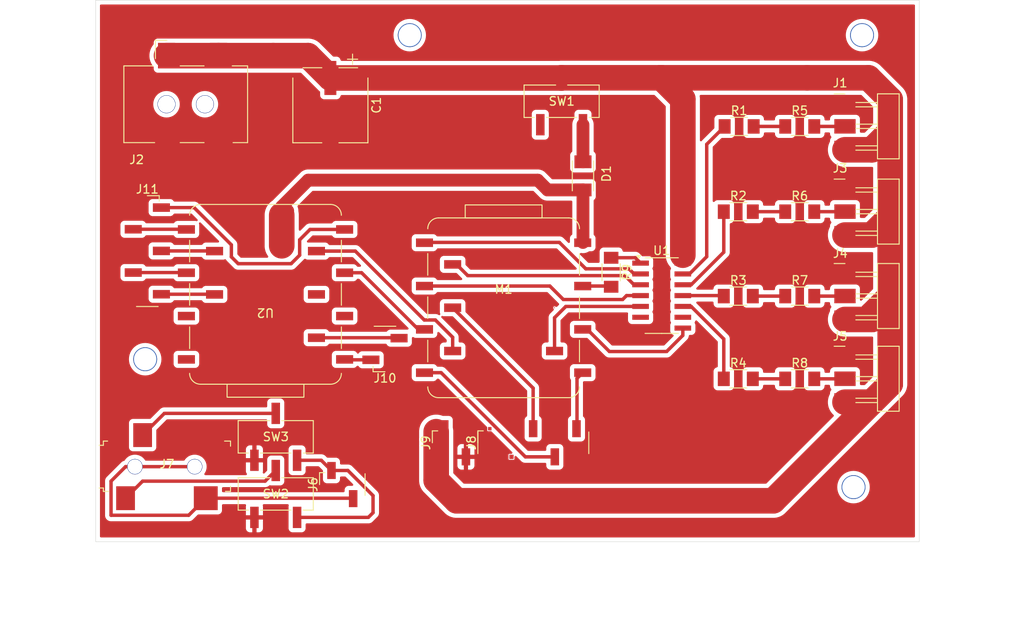
<source format=kicad_pcb>
(kicad_pcb (version 20240108) (generator "pcbnew") (generator_version "8.0")
  (layers (0 "F.Cu" signal) (31 "B.Cu" signal) (34 "B.Paste" user) (35 "F.Paste" user) (36 "B.SilkS" user "B.Silkscreen") (37 "F.SilkS" user "F.Silkscreen") (38 "B.Mask" user) (39 "F.Mask" user) (44 "Edge.Cuts" user))
  (net 0 "")
  (net 4 "PWR_GND")
  (net 5 "PWR_5V")
  (net 6 "PWR_5V_MC")
  (net 7 "Net-(D1-K)")
  (net 8 "Net-(J1-Pin_2)")
  (net 9 "Net-(J3-Pin_2)")
  (net 10 "Net-(J4-Pin_2)")
  (net 11 "Net-(J5-Pin_2)")
  (net 12 "SLEEVE")
  (net 13 "TIP")
  (net 15 "AMP_DIN")
  (net 17 "LRC")
  (net 18 "BCLK")
  (net 19 "QT2")
  (net 20 "QT1")
  (net 21 "QT7")
  (net 22 "QT4")
  (net 23 "QT6")
  (net 24 "QT3")
  (net 25 "QT5")
  (net 26 "LED4_3.3V")
  (net 27 "LED3_3.3V")
  (net 28 "PWR_3V3")
  (net 29 "OE")
  (net 30 "SDA")
  (net 31 "LED2_3.3V")
  (net 32 "SCL")
  (net 33 "LED1_3.3V")
  (net 34 "LED1_5V")
  (net 36 "LED2_5V")
  (net 37 "LED4_5V")
  (net 38 "LED3_5V")
  (net 43 "Net-(R1-Pad2)")
  (net 44 "Net-(R2-Pad2)")
  (net 45 "Net-(R3-Pad2)")
  (net 46 "Net-(R4-Pad2)")
  (net 47 "Net-(U1-VCCA)")
  (net 48 "Net-(SW3-B)")
  (net 49 "Net-(SW2-B)")
  (footprint "fab:Conn_Jack_Stereo_3.5mm_CUI_SJ-3523-SMT-TR" (layer "F.Cu") (at 39.55 109.3)
    (property "Reference" "J7" (at 0 0 0) (layer "F.SilkS"))
    (property "Value" "Conn_Jack_Stereo_3.5mm_SMD_RA")
    (fp_line (start -7.45 -2.7) (end -7.45 -2.2) (stroke (width 0.12)) (layer "F.SilkS"))
    (fp_line (start -7.45 -2.2) (end -7.95 -2.2) (stroke (width 0.12)) (layer "F.SilkS"))
    (fp_line (start -7.45 2.8) (end -7.95 2.8) (stroke (width 0.12)) (layer "F.SilkS"))
    (fp_line (start -7.45 3.2) (end -7.45 2.8) (stroke (width 0.12)) (layer "F.SilkS"))
    (fp_line (start -6.95 -2.7) (end -7.45 -2.7) (stroke (width 0.12)) (layer "F.SilkS"))
    (fp_line (start -6.85 3.2) (end -7.45 3.2) (stroke (width 0.12)) (layer "F.SilkS"))
    (fp_line (start 6.75 -2.7) (end 7.45 -2.7) (stroke (width 0.12)) (layer "F.SilkS"))
    (fp_line (start 7.45 -2.7) (end 7.45 -2.1) (stroke (width 0.12)) (layer "F.SilkS"))
    (fp_line (start 7.45 2.6) (end 7.45 3.2) (stroke (width 0.12)) (layer "F.SilkS"))
    (fp_line (start 7.45 3.2) (end 6.85 3.2) (stroke (width 0.12)) (layer "F.SilkS"))
    (pad "1" smd rect (at -4.85 4) (size 2.2 2.8) (layers "F.Cu" "F.Paste" "F.Mask") (net 49 "Net-(SW2-B)"))
    (pad "2" thru_hole circle (at -3.75 0.3) (size 1.8 1.8) (drill 1.7) (layers "*.Cu" "*.Mask") (net 13 "TIP"))
    (pad "2" thru_hole circle (at 3.25 0.3) (size 1.8 1.8) (drill 1.7) (layers "*.Cu" "*.Mask") (net 13 "TIP"))
    (pad "2" smd rect (at 4.55 4) (size 2.8 2.8) (layers "F.Cu" "F.Paste" "F.Mask") (net 13 "TIP"))
    (pad "3" smd rect (at -2.85 -3.4) (size 2.2 2.8) (layers "F.Cu" "F.Paste" "F.Mask") (net 48 "Net-(SW3-B)"))
  )
  (footprint "fab:SeeedStudio_XIAO_SocketSMD" (layer "F.Cu") (at 79 90.96)
    (property "Reference" "M1" (at 0.0025 -2.149 0) (layer "F.SilkS"))
    (property "Value" "Module_XIAO-ESP32C3_SocketSMD")
    (fp_line (start -8.89 -6.35) (end -8.89 -3.81) (stroke (width 0.12)) (layer "F.SilkS"))
    (fp_line (start -8.89 -1.27) (end -8.89 1.27) (stroke (width 0.12)) (layer "F.SilkS"))
    (fp_line (start -8.89 3.81) (end -8.89 6.35) (stroke (width 0.12)) (layer "F.SilkS"))
    (fp_line (start -7.6175 -10.531) (end 7.6225 -10.531) (stroke (width 0.12)) (layer "F.SilkS"))
    (fp_line (start 7.6225 10.551) (end -7.6175 10.551) (stroke (width 0.12)) (layer "F.SilkS"))
    (fp_line (start 8.89 -6.35) (end 8.89 -3.81) (stroke (width 0.12)) (layer "F.SilkS"))
    (fp_line (start 8.89 -1.27) (end 8.89 1.27) (stroke (width 0.12)) (layer "F.SilkS"))
    (fp_line (start 8.89 3.81) (end 8.89 6.35) (stroke (width 0.12)) (layer "F.SilkS"))
    (fp_rect (start -4.4975 -10.531) (end 4.5025 -12.055) (stroke (width 0.12)) (fill none) (layer "F.SilkS"))
    (fp_arc (start -8.8875 -9.261) (mid -8.515526 -10.159026) (end -7.6175 -10.531) (stroke (width 0.12)) (layer "F.SilkS"))
    (fp_arc (start -7.6175 10.551) (mid -8.515526 10.179026) (end -8.8875 9.281) (stroke (width 0.12)) (layer "F.SilkS"))
    (fp_arc (start 7.6225 -10.531) (mid 8.520526 -10.159026) (end 8.8925 -9.261) (stroke (width 0.12)) (layer "F.SilkS"))
    (fp_arc (start 8.8925 9.281) (mid 8.520526 10.179026) (end 7.6225 10.551) (stroke (width 0.12)) (layer "F.SilkS"))
    (pad "1" smd rect (at -9.27 -7.62) (size 2 1) (layers "F.Cu" "F.Paste" "F.Mask") (net 33 "LED1_3.3V"))
    (pad "2" smd rect (at -5.97 -5.08) (size 2 1) (layers "F.Cu" "F.Paste" "F.Mask") (net 31 "LED2_3.3V"))
    (pad "3" smd rect (at -9.27 -2.54) (size 2 1) (layers "F.Cu" "F.Paste" "F.Mask") (net 27 "LED3_3.3V"))
    (pad "4" smd rect (at -5.97 0) (size 2 1) (layers "F.Cu" "F.Paste" "F.Mask") (net 15 "AMP_DIN"))
    (pad "5" smd rect (at -9.27 2.54) (size 2 1) (layers "F.Cu" "F.Paste" "F.Mask") (net 30 "SDA"))
    (pad "6" smd rect (at -5.97 5.08) (size 2 1) (layers "F.Cu" "F.Paste" "F.Mask") (net 32 "SCL"))
    (pad "7" smd rect (at -9.27 7.62) (size 2 1) (layers "F.Cu" "F.Paste" "F.Mask") (net 18 "BCLK"))
    (pad "8" smd rect (at 9.27 7.62) (size 2 1) (layers "F.Cu" "F.Paste" "F.Mask") (net 17 "LRC"))
    (pad "9" smd rect (at 5.97 5.08) (size 2 1) (layers "F.Cu" "F.Paste" "F.Mask") (net 26 "LED4_3.3V"))
    (pad "10" smd rect (at 9.27 2.54) (size 2 1) (layers "F.Cu" "F.Paste" "F.Mask") (net 29 "OE"))
    (pad "11" smd rect (at 5.97 0) (size 0.1 0.1) (layers "F.Cu" "F.Paste" "F.Mask") (clearance 0.1))
    (pad "12" smd rect (at 9.27 -2.54) (size 2 1) (layers "F.Cu" "F.Paste" "F.Mask") (net 28 "PWR_3V3"))
    (pad "13" smd rect (at 5.97 -5.08) (size 2 1) (layers "F.Cu" "F.Paste" "F.Mask") (net 4 "PWR_GND"))
    (pad "14" smd rect (at 9.27 -7.62) (size 2 1) (layers "F.Cu" "F.Paste" "F.Mask") (net 7 "Net-(D1-K)"))
  )
  (footprint "fab:R_1206" (layer "F.Cu") (at 113.7 69.7)
    (property "Reference" "R5" (at 0 -1.85 0) (layer "F.SilkS"))
    (property "Value" "R_1206_0")
    (fp_line (start -1 -1.07) (end 1 -1.07) (stroke (width 0.12)) (layer "F.SilkS"))
    (fp_line (start 1 1.07) (end -1 1.07) (stroke (width 0.12)) (layer "F.SilkS"))
    (pad "1" smd rect (at -1.7 0) (size 1.4 1.7) (layers "F.Cu" "F.Paste" "F.Mask") (net 43 "Net-(R1-Pad2)"))
    (pad "2" smd rect (at 1.7 0) (size 1.4 1.7) (layers "F.Cu" "F.Paste" "F.Mask") (net 8 "Net-(J1-Pin_2)"))
  )
  (footprint "fab:R_1206" (layer "F.Cu") (at 91.6 86.8 -90)
    (property "Reference" "R9" (at 0 -1.85 90) (layer "F.SilkS"))
    (property "Value" "R_1206_0")
    (fp_line (start 1 1.07) (end -1 1.07) (stroke (width 0.12)) (layer "F.SilkS"))
    (fp_line (start -1 -1.07) (end 1 -1.07) (stroke (width 0.12)) (layer "F.SilkS"))
    (pad "1" smd rect (at -1.7 0 270) (size 1.4 1.7) (layers "F.Cu" "F.Paste" "F.Mask") (net 47 "Net-(U1-VCCA)"))
    (pad "2" smd rect (at 1.7 0 270) (size 1.4 1.7) (layers "F.Cu" "F.Paste" "F.Mask") (net 28 "PWR_3V3"))
  )
  (footprint "fab:R_1206" (layer "F.Cu") (at 106.5 89.6)
    (property "Reference" "R3" (at 0 -1.85 0) (layer "F.SilkS"))
    (property "Value" "R_1206_500")
    (fp_line (start -1 -1.07) (end 1 -1.07) (stroke (width 0.12)) (layer "F.SilkS"))
    (fp_line (start 1 1.07) (end -1 1.07) (stroke (width 0.12)) (layer "F.SilkS"))
    (pad "1" smd rect (at -1.7 0) (size 1.4 1.7) (layers "F.Cu" "F.Paste" "F.Mask") (net 38 "LED3_5V"))
    (pad "2" smd rect (at 1.7 0) (size 1.4 1.7) (layers "F.Cu" "F.Paste" "F.Mask") (net 45 "Net-(R3-Pad2)"))
  )
  (footprint "fab:MountingHole_M2.5" (layer "F.Cu") (at 37 97)
    (property "Reference" "H1" (hide yes))
    (property "Value" "MountingHole_M2.5" (hide yes))
    (pad "" thru_hole circle (at 0 0) (size 2.8 2.8) (drill 2.6) (layers "*.Cu" "*.Mask"))
  )
  (footprint "fab:MountingHole_M2.5" (layer "F.Cu") (at 68 59)
    (property "Reference" "H2" (hide yes))
    (property "Value" "MountingHole_M2.5" (hide yes))
    (pad "" thru_hole circle (at 0 0) (size 2.8 2.8) (drill 2.6) (layers "*.Cu" "*.Mask"))
  )
  (footprint "fab:PinSocket_1x05_P2.54mm_Vertical_SMD" (layer "F.Cu") (at 37.25 84.3)
    (property "Reference" "J11" (at 0 -7.239 180) (layer "F.SilkS"))
    (property "Value" "Conn_PinSocket_1x05_P2.54mm_Vertical_SMD")
    (fp_line (start -1.27 6.52) (end 1.27 6.52) (stroke (width 0.12)) (layer "F.SilkS"))
    (fp_line (start 1.397 -6.477) (end 0 -6.477) (stroke (width 0.12)) (layer "F.SilkS"))
    (fp_line (start 1.397 -5.842) (end 1.397 -6.477) (stroke (width 0.12)) (layer "F.SilkS"))
    (pad "1" smd rect (at 1.65 -5.08) (size 2 1) (layers "F.Cu" "F.Paste" "F.Mask") (net 24 "QT3"))
    (pad "2" smd rect (at -1.65 -2.54) (size 2 1) (layers "F.Cu" "F.Paste" "F.Mask") (net 22 "QT4"))
    (pad "3" smd rect (at 1.65 0) (size 2 1) (layers "F.Cu" "F.Paste" "F.Mask") (net 25 "QT5"))
    (pad "4" smd rect (at -1.65 2.54) (size 2 1) (layers "F.Cu" "F.Paste" "F.Mask") (net 23 "QT6"))
    (pad "5" smd rect (at 1.65 5.08) (size 2 1) (layers "F.Cu" "F.Paste" "F.Mask") (net 21 "QT7"))
  )
  (footprint "fab:CP_Elec_D8.0mm" (layer "F.Cu") (at 58.7 67.2175 -90)
    (property "Reference" "C1" (at 0 -5.4 90) (layer "F.SilkS"))
    (property "Value" "CP_Elec_D8.0mm_500-1000 µF")
    (fp_line (start -3.2 4.4) (end 4.4 4.4) (stroke (width 0.12)) (layer "F.SilkS"))
    (fp_line (start 4.4 4.4) (end 4.4 1) (stroke (width 0.12)) (layer "F.SilkS"))
    (fp_line (start -4.4 3.2) (end -4.4 1) (stroke (width 0.12)) (layer "F.SilkS"))
    (fp_line (start -6 -2.6) (end -4.8 -2.6) (stroke (width 0.12)) (layer "F.SilkS"))
    (fp_line (start -5.4 -3.2) (end -5.4 -2) (stroke (width 0.12)) (layer "F.SilkS"))
    (fp_line (start -4.4 -3.2) (end -4.4 -1) (stroke (width 0.12)) (layer "F.SilkS"))
    (fp_line (start -3.2 -4.4) (end 4.4 -4.4) (stroke (width 0.12)) (layer "F.SilkS"))
    (fp_line (start 4.4 -4.4) (end 4.4 -1) (stroke (width 0.12)) (layer "F.SilkS"))
    (pad "1" smd rect (at -3.2 0 270) (size 4 1.4) (layers "F.Cu" "F.Paste" "F.Mask") (net 5 "PWR_5V"))
    (pad "2" smd rect (at 3.2 0 270) (size 4 1.4) (layers "F.Cu" "F.Paste" "F.Mask") (net 4 "PWR_GND"))
  )
  (footprint "fab:PinSocket_1x02_P2.54mm_Vertical_SMD" (layer "F.Cu") (at 65.1 95.8 180)
    (property "Reference" "J10" (at 0 -3.429 180) (layer "F.SilkS"))
    (property "Value" "Conn_PinSocket_1x02_P2.54mm_Vertical_SMD")
    (fp_line (start 1.397 -2.032) (end 1.397 -2.667) (stroke (width 0.12)) (layer "F.SilkS"))
    (fp_line (start 1.397 -2.667) (end 0 -2.667) (stroke (width 0.12)) (layer "F.SilkS"))
    (fp_line (start -1.27 2.667) (end 1.27 2.667) (stroke (width 0.12)) (layer "F.SilkS"))
    (pad "1" smd rect (at 1.65 -1.27 180) (size 2 1) (layers "F.Cu" "F.Paste" "F.Mask") (net 20 "QT1"))
    (pad "2" smd rect (at -1.65 1.27 180) (size 2 1) (layers "F.Cu" "F.Paste" "F.Mask") (net 19 "QT2"))
  )
  (footprint "fab:MountingHole_M2.5" (layer "F.Cu") (at 120 112)
    (property "Reference" "H3" (hide yes))
    (property "Value" "MountingHole_M2.5" (hide yes))
    (pad "" thru_hole circle (at 0 0) (size 2.8 2.8) (drill 2.6) (layers "*.Cu" "*.Mask"))
  )
  (footprint "fab:R_1206" (layer "F.Cu") (at 113.7 89.6)
    (property "Reference" "R7" (at 0 -1.85 0) (layer "F.SilkS"))
    (property "Value" "R_1206_0")
    (fp_line (start -1 -1.07) (end 1 -1.07) (stroke (width 0.12)) (layer "F.SilkS"))
    (fp_line (start 1 1.07) (end -1 1.07) (stroke (width 0.12)) (layer "F.SilkS"))
    (pad "1" smd rect (at -1.7 0) (size 1.4 1.7) (layers "F.Cu" "F.Paste" "F.Mask") (net 45 "Net-(R3-Pad2)"))
    (pad "2" smd rect (at 1.7 0) (size 1.4 1.7) (layers "F.Cu" "F.Paste" "F.Mask") (net 10 "Net-(J4-Pin_2)"))
  )
  (footprint "fab:R_1206" (layer "F.Cu") (at 113.7 79.7)
    (property "Reference" "R6" (at 0 -1.85 0) (layer "F.SilkS"))
    (property "Value" "R_1206_0")
    (fp_line (start -1 -1.07) (end 1 -1.07) (stroke (width 0.12)) (layer "F.SilkS"))
    (fp_line (start 1 1.07) (end -1 1.07) (stroke (width 0.12)) (layer "F.SilkS"))
    (pad "1" smd rect (at -1.7 0) (size 1.4 1.7) (layers "F.Cu" "F.Paste" "F.Mask") (net 44 "Net-(R2-Pad2)"))
    (pad "2" smd rect (at 1.7 0) (size 1.4 1.7) (layers "F.Cu" "F.Paste" "F.Mask") (net 9 "Net-(J3-Pin_2)"))
  )
  (footprint "fab:MountingHole_M2.5" (layer "F.Cu") (at 121 59)
    (property "Reference" "H2" (hide yes))
    (property "Value" "MountingHole_M2.5" (hide yes))
    (pad "" thru_hole circle (at 0 0) (size 2.8 2.8) (drill 2.6) (layers "*.Cu" "*.Mask"))
  )
  (footprint "fab:PinSocket_1x05_P2.54mm_Vertical_SMD" (layer "F.Cu") (at 82.46 106.8 90)
    (property "Reference" "J8" (at 0 -7.239 -90) (layer "F.SilkS"))
    (property "Value" "Conn_PinSocket_1x05_P2.54mm_Vertical_SMD")
    (fp_line (start 1.397 -6.477) (end 0 -6.477) (stroke (width 0.12)) (layer "F.SilkS"))
    (fp_line (start 1.397 -5.842) (end 1.397 -6.477) (stroke (width 0.12)) (layer "F.SilkS"))
    (fp_line (start -1.27 6.52) (end 1.27 6.52) (stroke (width 0.12)) (layer "F.SilkS"))
    (pad "1" smd rect (at 1.65 -5.08 90) (size 0.4 0.4) (layers "F.Cu" "F.Paste" "F.Mask") (clearance 0.1))
    (pad "2" smd rect (at -1.65 -2.54 90) (size 0.5 0.5) (layers "F.Cu" "F.Paste" "F.Mask") (clearance 0.1))
    (pad "3" smd rect (at 1.65 0 90) (size 2 1) (layers "F.Cu" "F.Paste" "F.Mask") (net 15 "AMP_DIN"))
    (pad "4" smd rect (at -1.65 2.54 90) (size 2 1) (layers "F.Cu" "F.Paste" "F.Mask") (net 18 "BCLK"))
    (pad "5" smd rect (at 1.65 5.08 90) (size 2 1) (layers "F.Cu" "F.Paste" "F.Mask") (net 17 "LRC"))
  )
  (footprint "fab:R_1206" (layer "F.Cu") (at 106.5 79.7)
    (property "Reference" "R2" (at 0 -1.85 0) (layer "F.SilkS"))
    (property "Value" "R_1206_500")
    (fp_line (start -1 -1.07) (end 1 -1.07) (stroke (width 0.12)) (layer "F.SilkS"))
    (fp_line (start 1 1.07) (end -1 1.07) (stroke (width 0.12)) (layer "F.SilkS"))
    (pad "1" smd rect (at -1.7 0) (size 1.4 1.7) (layers "F.Cu" "F.Paste" "F.Mask") (net 36 "LED2_5V"))
    (pad "2" smd rect (at 1.7 0) (size 1.4 1.7) (layers "F.Cu" "F.Paste" "F.Mask") (net 44 "Net-(R2-Pad2)"))
  )
  (footprint "fab:R_1206" (layer "F.Cu") (at 106.6 69.7)
    (property "Reference" "R1" (at 0 -1.85 0) (layer "F.SilkS"))
    (property "Value" "R_1206_500")
    (fp_line (start -1 -1.07) (end 1 -1.07) (stroke (width 0.12)) (layer "F.SilkS"))
    (fp_line (start 1 1.07) (end -1 1.07) (stroke (width 0.12)) (layer "F.SilkS"))
    (pad "1" smd rect (at -1.7 0) (size 1.4 1.7) (layers "F.Cu" "F.Paste" "F.Mask") (net 34 "LED1_5V"))
    (pad "2" smd rect (at 1.7 0) (size 1.4 1.7) (layers "F.Cu" "F.Paste" "F.Mask") (net 43 "Net-(R1-Pad2)"))
  )
  (footprint "fab:PinHeader_1x03_P2.54mm_Horizontal_SMD" (layer "F.Cu") (at 119 87.05)
    (property "Reference" "J4" (at -1.5 -2.45 180) (layer "F.SilkS") (effects (justify left)))
    (property "Value" "Conn_PinHeader_1x03_P2.54mm_Horizontal_SMD")
    (fp_line (start -1.27 -1.27) (end 0 -1.27) (stroke (width 0.12)) (layer "F.SilkS"))
    (fp_line (start 3.81 -1.27) (end 6.35 -1.27) (stroke (width 0.12)) (layer "F.SilkS"))
    (fp_line (start 3.81 -0.254) (end 1.27 -0.254) (stroke (width 0.12)) (layer "F.SilkS"))
    (fp_line (start 3.81 0.254) (end 1.27 0.254) (stroke (width 0.12)) (layer "F.SilkS"))
    (fp_line (start 3.81 2.286) (end 1.27 2.286) (stroke (width 0.12)) (layer "F.SilkS"))
    (fp_line (start 3.81 2.794) (end 1.27 2.794) (stroke (width 0.12)) (layer "F.SilkS"))
    (fp_line (start 3.81 4.826) (end 1.27 4.826) (stroke (width 0.12)) (layer "F.SilkS"))
    (fp_line (start 3.81 5.334) (end 1.27 5.334) (stroke (width 0.12)) (layer "F.SilkS"))
    (fp_line (start 3.81 6.35) (end 3.81 -1.27) (stroke (width 0.12)) (layer "F.SilkS"))
    (fp_line (start 6.35 -1.27) (end 6.35 6.35) (stroke (width 0.12)) (layer "F.SilkS"))
    (fp_line (start 6.35 6.35) (end 3.81 6.35) (stroke (width 0.12)) (layer "F.SilkS"))
    (pad "1" smd rect (at 0 0) (size 2.5 1.7) (layers "F.Cu" "F.Paste" "F.Mask") (net 4 "PWR_GND"))
    (pad "2" smd rect (at 0 2.54) (size 2.5 1.7) (layers "F.Cu" "F.Paste" "F.Mask") (net 10 "Net-(J4-Pin_2)"))
    (pad "3" smd rect (at 0 5.08) (size 2.5 1.7) (layers "F.Cu" "F.Paste" "F.Mask") (net 5 "PWR_5V"))
  )
  (footprint "fab:Switch_Slide_Top_CnK_JS102011JCQN_8.5x3.5mm" (layer "F.Cu") (at 52.3 106.1)
    (property "Reference" "SW3" (at 0.01 0 0) (layer "F.SilkS"))
    (property "Value" "Switch_Slide_Top_CnK" (hide yes))
    (fp_line (start -4.4 -1.9) (end -4.4 1.9) (stroke (width 0.12)) (layer "F.SilkS"))
    (fp_line (start -4.4 1.9) (end -3.2 1.9) (stroke (width 0.12)) (layer "F.SilkS"))
    (fp_line (start -1.8 1.9) (end 1.8 1.9) (stroke (width 0.12)) (layer "F.SilkS"))
    (fp_line (start -0.7 -1.9) (end -4.4 -1.9) (stroke (width 0.12)) (layer "F.SilkS"))
    (fp_line (start 3.2 1.9) (end 4.4 1.9) (stroke (width 0.12)) (layer "F.SilkS"))
    (fp_line (start 4.4 -1.9) (end 0.7 -1.9) (stroke (width 0.12)) (layer "F.SilkS"))
    (fp_line (start 4.4 1.9) (end 4.4 -1.9) (stroke (width 0.12)) (layer "F.SilkS"))
    (pad "1" smd rect (at -2.5 2.75) (size 1 2.5) (layers "F.Cu" "F.Paste" "F.Mask") (net 4 "PWR_GND"))
    (pad "2" smd rect (at 0 -2.75) (size 1 2.5) (layers "F.Cu" "F.Paste" "F.Mask") (net 48 "Net-(SW3-B)"))
    (pad "3" smd rect (at 2.5 2.75) (size 1 2.5) (layers "F.Cu" "F.Paste" "F.Mask") (net 12 "SLEEVE"))
  )
  (footprint "fab:Switch_Slide_Top_CnK_JS102011JCQN_8.5x3.5mm" (layer "F.Cu") (at 85.8 66.75)
    (property "Reference" "SW1" (at 0.01 0 0) (layer "F.SilkS"))
    (property "Value" "Switch_Slide_Top_CnK" (hide yes))
    (fp_line (start -4.4 -1.9) (end -4.4 1.9) (stroke (width 0.12)) (layer "F.SilkS"))
    (fp_line (start -4.4 1.9) (end -3.2 1.9) (stroke (width 0.12)) (layer "F.SilkS"))
    (fp_line (start -1.8 1.9) (end 1.8 1.9) (stroke (width 0.12)) (layer "F.SilkS"))
    (fp_line (start -0.7 -1.9) (end -4.4 -1.9) (stroke (width 0.12)) (layer "F.SilkS"))
    (fp_line (start 3.2 1.9) (end 4.4 1.9) (stroke (width 0.12)) (layer "F.SilkS"))
    (fp_line (start 4.4 -1.9) (end 0.7 -1.9) (stroke (width 0.12)) (layer "F.SilkS"))
    (fp_line (start 4.4 1.9) (end 4.4 -1.9) (stroke (width 0.12)) (layer "F.SilkS"))
    (pad "1" smd rect (at -2.5 2.75) (size 1 2.5) (layers "F.Cu" "F.Paste" "F.Mask"))
    (pad "2" smd rect (at 0 -2.75) (size 1 2.5) (layers "F.Cu" "F.Paste" "F.Mask") (net 5 "PWR_5V"))
    (pad "3" smd rect (at 2.5 2.75) (size 1 2.5) (layers "F.Cu" "F.Paste" "F.Mask") (net 6 "PWR_5V_MC"))
  )
  (footprint "fab:PinSocket_1x02_P2.54mm_Vertical_SMD" (layer "F.Cu") (at 73.315 106.8 90)
    (property "Reference" "J9" (at 0 -3.429 270) (layer "F.SilkS"))
    (property "Value" "Conn_PinSocket_1x02_P2.54mm_Vertical_SMD")
    (fp_line (start 1.397 -2.667) (end 0 -2.667) (stroke (width 0.12)) (layer "F.SilkS"))
    (fp_line (start 1.397 -2.032) (end 1.397 -2.667) (stroke (width 0.12)) (layer "F.SilkS"))
    (fp_line (start -1.27 2.667) (end 1.27 2.667) (stroke (width 0.12)) (layer "F.SilkS"))
    (pad "1" smd rect (at 1.65 -1.27 90) (size 2 1) (layers "F.Cu" "F.Paste" "F.Mask") (net 5 "PWR_5V"))
    (pad "2" smd rect (at -1.65 1.27 90) (size 2 1) (layers "F.Cu" "F.Paste" "F.Mask") (net 4 "PWR_GND"))
  )
  (footprint "fab:CUIDevices_PJ-002AH-SMT-TR_PWRJack_2x5.5mm" (layer "F.Cu") (at 42.5 67.1)
    (property "Reference" "J2" (at -6.5 6.5 180) (layer "F.SilkS"))
    (property "Value" "Conn_PWRJack_2x5.5mm_CUIDevices_PJ-002AH-SMT-TR")
    (fp_line (start -8 -4.5) (end -4.6 -4.5) (stroke (width 0.12)) (layer "F.SilkS"))
    (fp_line (start -8 4.5) (end -8 -4.5) (stroke (width 0.12)) (layer "F.SilkS"))
    (fp_line (start -8 4.5) (end -4.39 4.5) (stroke (width 0.12)) (layer "F.SilkS"))
    (fp_line (start -4.3 -7.5) (end -4.3 -5.36) (stroke (width 0.12)) (layer "F.SilkS"))
    (fp_line (start -2.96 -7.5) (end -4.3 -7.5) (stroke (width 0.12)) (layer "F.SilkS"))
    (fp_line (start -1.4 -4.5) (end 1.4 -4.5) (stroke (width 0.12)) (layer "F.SilkS"))
    (fp_line (start -1.4 4.5) (end 1.4 4.5) (stroke (width 0.12)) (layer "F.SilkS"))
    (fp_line (start 4.7 -4.5) (end 6.5 -4.5) (stroke (width 0.12)) (layer "F.SilkS"))
    (fp_line (start 6.5 -4.5) (end 6.5 4.5) (stroke (width 0.12)) (layer "F.SilkS"))
    (fp_line (start 6.5 4.5) (end 4.8 4.5) (stroke (width 0.12)) (layer "F.SilkS"))
    (pad "" thru_hole circle (at -3 0 90) (size 2.1 2.1) (drill 2) (layers "*.Cu" "*.Mask"))
    (pad "" thru_hole circle (at 1.5 0 90) (size 2.1 2.1) (drill 2) (layers "*.Cu" "*.Mask"))
    (pad "1" smd rect (at -3 -5.7 90) (size 3 2) (layers "F.Cu" "F.Paste" "F.Mask") (net 5 "PWR_5V"))
    (pad "1" smd rect (at 3.1 -5.7 90) (size 3 2) (layers "F.Cu" "F.Paste" "F.Mask") (net 5 "PWR_5V"))
    (pad "2" smd rect (at 3.1 5.7 90) (size 3 2) (layers "F.Cu" "F.Paste" "F.Mask") (net 4 "PWR_GND"))
    (pad "3" smd rect (at -3 5.7 90) (size 3 2) (layers "F.Cu" "F.Paste" "F.Mask") (net 4 "PWR_GND"))
  )
  (footprint "fab:PinHeader_1x03_P2.54mm_Horizontal_SMD" (layer "F.Cu") (at 119 96.75)
    (property "Reference" "J5" (at -1.524 -2.44 180) (layer "F.SilkS") (effects (justify left)))
    (property "Value" "Conn_PinHeader_1x03_P2.54mm_Horizontal_SMD")
    (fp_line (start -1.27 -1.27) (end 0 -1.27) (stroke (width 0.12)) (layer "F.SilkS"))
    (fp_line (start 3.81 -1.27) (end 6.35 -1.27) (stroke (width 0.12)) (layer "F.SilkS"))
    (fp_line (start 3.81 -0.254) (end 1.27 -0.254) (stroke (width 0.12)) (layer "F.SilkS"))
    (fp_line (start 3.81 0.254) (end 1.27 0.254) (stroke (width 0.12)) (layer "F.SilkS"))
    (fp_line (start 3.81 2.286) (end 1.27 2.286) (stroke (width 0.12)) (layer "F.SilkS"))
    (fp_line (start 3.81 2.794) (end 1.27 2.794) (stroke (width 0.12)) (layer "F.SilkS"))
    (fp_line (start 3.81 4.826) (end 1.27 4.826) (stroke (width 0.12)) (layer "F.SilkS"))
    (fp_line (start 3.81 5.334) (end 1.27 5.334) (stroke (width 0.12)) (layer "F.SilkS"))
    (fp_line (start 3.81 6.35) (end 3.81 -1.27) (stroke (width 0.12)) (layer "F.SilkS"))
    (fp_line (start 6.35 -1.27) (end 6.35 6.35) (stroke (width 0.12)) (layer "F.SilkS"))
    (fp_line (start 6.35 6.35) (end 3.81 6.35) (stroke (width 0.12)) (layer "F.SilkS"))
    (pad "1" smd rect (at 0 0) (size 2.5 1.7) (layers "F.Cu" "F.Paste" "F.Mask") (net 4 "PWR_GND"))
    (pad "2" smd rect (at 0 2.54) (size 2.5 1.7) (layers "F.Cu" "F.Paste" "F.Mask") (net 11 "Net-(J5-Pin_2)"))
    (pad "3" smd rect (at 0 5.08) (size 2.5 1.7) (layers "F.Cu" "F.Paste" "F.Mask") (net 5 "PWR_5V"))
  )
  (footprint "fab:PinHeader_1x03_P2.54mm_Horizontal_SMD" (layer "F.Cu") (at 119 77.15)
    (property "Reference" "J3" (at -1.524 -2.55 180) (layer "F.SilkS") (effects (justify left)))
    (property "Value" "Conn_PinHeader_1x03_P2.54mm_Horizontal_SMD")
    (fp_line (start -1.27 -1.27) (end 0 -1.27) (stroke (width 0.12)) (layer "F.SilkS"))
    (fp_line (start 3.81 -1.27) (end 6.35 -1.27) (stroke (width 0.12)) (layer "F.SilkS"))
    (fp_line (start 3.81 -0.254) (end 1.27 -0.254) (stroke (width 0.12)) (layer "F.SilkS"))
    (fp_line (start 3.81 0.254) (end 1.27 0.254) (stroke (width 0.12)) (layer "F.SilkS"))
    (fp_line (start 3.81 2.286) (end 1.27 2.286) (stroke (width 0.12)) (layer "F.SilkS"))
    (fp_line (start 3.81 2.794) (end 1.27 2.794) (stroke (width 0.12)) (layer "F.SilkS"))
    (fp_line (start 3.81 4.826) (end 1.27 4.826) (stroke (width 0.12)) (layer "F.SilkS"))
    (fp_line (start 3.81 5.334) (end 1.27 5.334) (stroke (width 0.12)) (layer "F.SilkS"))
    (fp_line (start 3.81 6.35) (end 3.81 -1.27) (stroke (width 0.12)) (layer "F.SilkS"))
    (fp_line (start 6.35 -1.27) (end 6.35 6.35) (stroke (width 0.12)) (layer "F.SilkS"))
    (fp_line (start 6.35 6.35) (end 3.81 6.35) (stroke (width 0.12)) (layer "F.SilkS"))
    (pad "1" smd rect (at 0 0) (size 2.5 1.7) (layers "F.Cu" "F.Paste" "F.Mask") (net 4 "PWR_GND"))
    (pad "2" smd rect (at 0 2.54) (size 2.5 1.7) (layers "F.Cu" "F.Paste" "F.Mask") (net 9 "Net-(J3-Pin_2)"))
    (pad "3" smd rect (at 0 5.08) (size 2.5 1.7) (layers "F.Cu" "F.Paste" "F.Mask") (net 5 "PWR_5V"))
  )
  (footprint "fab:SOD-123T" (layer "F.Cu") (at 88.3 75.5 90)
    (property "Reference" "D1" (at 0.25 2.75 -90) (layer "F.SilkS"))
    (property "Value" "Diode_Schottky_MiniSMA")
    (fp_line (start -1.75 -1.25) (end 1.75 -1.25) (stroke (width 0.12)) (layer "F.SilkS"))
    (fp_line (start -1.75 1.25) (end 1.75 1.25) (stroke (width 0.12)) (layer "F.SilkS"))
    (pad "1" smd rect (at -1.65 0 90) (size 1.5 2) (layers "F.Cu" "F.Paste" "F.Mask") (net 7 "Net-(D1-K)"))
    (pad "2" smd rect (at 1.65 0 90) (size 1.5 2) (layers "F.Cu" "F.Paste" "F.Mask") (net 6 "PWR_5V_MC"))
  )
  (footprint "fab:PinSocket_1x02_P2.54mm_Vertical_SMD" (layer "F.Cu") (at 60.1 111.7 90)
    (property "Reference" "J6" (at 0 -3.429 -90) (layer "F.SilkS"))
    (property "Value" "Conn_PinSocket_1x02_P2.54mm_Vertical_SMD")
    (fp_line (start 1.397 -2.667) (end 0 -2.667) (stroke (width 0.12)) (layer "F.SilkS"))
    (fp_line (start 1.397 -2.032) (end 1.397 -2.667) (stroke (width 0.12)) (layer "F.SilkS"))
    (fp_line (start -1.27 2.667) (end 1.27 2.667) (stroke (width 0.12)) (layer "F.SilkS"))
    (pad "1" smd rect (at 1.65 -1.27 90) (size 2 1) (layers "F.Cu" "F.Paste" "F.Mask") (net 12 "SLEEVE"))
    (pad "2" smd rect (at -1.65 1.27 90) (size 2 1) (layers "F.Cu" "F.Paste" "F.Mask") (net 13 "TIP"))
  )
  (footprint "Package_SO:SOIC-14_3.9x8.7mm_P1.27mm" (layer "F.Cu") (at 97.525 89.54)
    (property "Reference" "U1" (at 0 -5.28 0) (layer "F.SilkS"))
    (property "Value" "TXB0104D")
    (fp_line (start 0 -4.435) (end -1.95 -4.435) (stroke (width 0.12)) (layer "F.SilkS"))
    (fp_line (start 0 -4.435) (end 1.95 -4.435) (stroke (width 0.12)) (layer "F.SilkS"))
    (fp_line (start 0 4.435) (end -1.95 4.435) (stroke (width 0.12)) (layer "F.SilkS"))
    (fp_line (start 0 4.435) (end 1.95 4.435) (stroke (width 0.12)) (layer "F.SilkS"))
    (fp_poly (pts (xy -2.7 -4.37) (xy -2.94 -4.7) (xy -2.46 -4.7) (xy -2.7 -4.37)) (stroke (width 0.12)) (fill solid) (layer "F.SilkS"))
    (pad "1" smd rect (at -2.475 -3.81) (size 1.95 0.6) (layers "F.Cu" "F.Paste" "F.Mask") (net 47 "Net-(U1-VCCA)"))
    (pad "2" smd rect (at -2.475 -2.54) (size 1.95 0.6) (layers "F.Cu" "F.Paste" "F.Mask") (net 33 "LED1_3.3V"))
    (pad "3" smd rect (at -2.475 -1.27) (size 1.95 0.6) (layers "F.Cu" "F.Paste" "F.Mask") (net 31 "LED2_3.3V"))
    (pad "4" smd rect (at -2.475 0) (size 1.95 0.6) (layers "F.Cu" "F.Paste" "F.Mask") (net 27 "LED3_3.3V"))
    (pad "5" smd rect (at -2.475 1.27) (size 1.95 0.6) (layers "F.Cu" "F.Paste" "F.Mask") (net 26 "LED4_3.3V"))
    (pad "6" smd rect (at -2.475 2.54) (size 1.95 0.6) (layers "F.Cu" "F.Paste" "F.Mask"))
    (pad "7" smd rect (at -2.475 3.81) (size 1.95 0.6) (layers "F.Cu" "F.Paste" "F.Mask") (net 4 "PWR_GND"))
    (pad "8" smd rect (at 2.475 3.81) (size 1.95 0.6) (layers "F.Cu" "F.Paste" "F.Mask") (net 29 "OE"))
    (pad "9" smd rect (at 2.475 2.54) (size 1.95 0.6) (layers "F.Cu" "F.Paste" "F.Mask"))
    (pad "10" smd rect (at 2.475 1.27) (size 1.95 0.6) (layers "F.Cu" "F.Paste" "F.Mask") (net 37 "LED4_5V"))
    (pad "11" smd rect (at 2.475 0) (size 1.95 0.6) (layers "F.Cu" "F.Paste" "F.Mask") (net 38 "LED3_5V"))
    (pad "12" smd rect (at 2.475 -1.27) (size 1.95 0.6) (layers "F.Cu" "F.Paste" "F.Mask") (net 36 "LED2_5V"))
    (pad "13" smd rect (at 2.475 -2.54) (size 1.95 0.6) (layers "F.Cu" "F.Paste" "F.Mask") (net 34 "LED1_5V"))
    (pad "14" smd rect (at 2.475 -3.81) (size 1.95 0.6) (layers "F.Cu" "F.Paste" "F.Mask") (net 5 "PWR_5V"))
  )
  (footprint "fab:SeeedStudio_XIAO_SocketSMD" (layer "F.Cu") (at 51.1 89.4 180)
    (property "Reference" "U2" (at 0.0025 -2.149 180) (layer "F.SilkS"))
    (property "Value" "SeeeduinoXIAO")
    (fp_line (start 8.89 3.81) (end 8.89 6.35) (stroke (width 0.12)) (layer "F.SilkS"))
    (fp_line (start 8.89 -1.27) (end 8.89 1.27) (stroke (width 0.12)) (layer "F.SilkS"))
    (fp_line (start 8.89 -6.35) (end 8.89 -3.81) (stroke (width 0.12)) (layer "F.SilkS"))
    (fp_line (start 7.6225 10.551) (end -7.6175 10.551) (stroke (width 0.12)) (layer "F.SilkS"))
    (fp_line (start -7.6175 -10.531) (end 7.6225 -10.531) (stroke (width 0.12)) (layer "F.SilkS"))
    (fp_line (start -8.89 3.81) (end -8.89 6.35) (stroke (width 0.12)) (layer "F.SilkS"))
    (fp_line (start -8.89 -1.27) (end -8.89 1.27) (stroke (width 0.12)) (layer "F.SilkS"))
    (fp_line (start -8.89 -6.35) (end -8.89 -3.81) (stroke (width 0.12)) (layer "F.SilkS"))
    (fp_rect (start -4.4975 -10.531) (end 4.5025 -12.055) (stroke (width 0.12)) (fill none) (layer "F.SilkS"))
    (fp_arc (start 8.8925 9.281) (mid 8.520526 10.179026) (end 7.6225 10.551) (stroke (width 0.12)) (layer "F.SilkS"))
    (fp_arc (start 7.6225 -10.531) (mid 8.520526 -10.159026) (end 8.8925 -9.261) (stroke (width 0.12)) (layer "F.SilkS"))
    (fp_arc (start -7.6175 10.551) (mid -8.515526 10.179026) (end -8.8875 9.281) (stroke (width 0.12)) (layer "F.SilkS"))
    (fp_arc (start -8.8875 -9.261) (mid -8.515526 -10.159026) (end -7.6175 -10.531) (stroke (width 0.12)) (layer "F.SilkS"))
    (pad "1" smd rect (at -9.27 -7.62 180) (size 2 1) (layers "F.Cu" "F.Paste" "F.Mask") (net 20 "QT1"))
    (pad "2" smd rect (at -5.97 -5.08 180) (size 2 1) (layers "F.Cu" "F.Paste" "F.Mask") (net 19 "QT2"))
    (pad "3" smd rect (at -9.27 -2.54 180) (size 2 1) (layers "F.Cu" "F.Paste" "F.Mask"))
    (pad "4" smd rect (at -5.97 0 180) (size 2 1) (layers "F.Cu" "F.Paste" "F.Mask"))
    (pad "5" smd rect (at -9.27 2.54 180) (size 2 1) (layers "F.Cu" "F.Paste" "F.Mask") (net 30 "SDA"))
    (pad "6" smd rect (at -5.97 5.08 180) (size 2 1) (layers "F.Cu" "F.Paste" "F.Mask") (net 32 "SCL"))
    (pad "7" smd rect (at -9.27 7.62 180) (size 2 1) (layers "F.Cu" "F.Paste" "F.Mask") (net 24 "QT3"))
    (pad "8" smd rect (at 9.27 7.62 180) (size 2 1) (layers "F.Cu" "F.Paste" "F.Mask") (net 22 "QT4"))
    (pad "9" smd rect (at 5.97 5.08 180) (size 2 1) (layers "F.Cu" "F.Paste" "F.Mask") (net 25 "QT5"))
    (pad "10" smd rect (at 9.27 2.54 180) (size 2 1) (layers "F.Cu" "F.Paste" "F.Mask") (net 23 "QT6"))
    (pad "11" smd rect (at 5.97 0 180) (size 2 1) (layers "F.Cu" "F.Paste" "F.Mask") (net 21 "QT7"))
    (pad "12" smd rect (at 9.27 -2.54 180) (size 2 1) (layers "F.Cu" "F.Paste" "F.Mask"))
    (pad "13" smd rect (at 5.97 -5.08 180) (size 2 1) (layers "F.Cu" "F.Paste" "F.Mask") (net 4 "PWR_GND"))
    (pad "14" smd rect (at 9.27 -7.62 180) (size 2 1) (layers "F.Cu" "F.Paste" "F.Mask"))
  )
  (footprint "fab:Switch_Slide_Top_CnK_JS102011JCQN_8.5x3.5mm" (layer "F.Cu") (at 52.3 112.8)
    (property "Reference" "SW2" (at 0.01 0 0) (layer "F.SilkS"))
    (property "Value" "Switch_Slide_Top_CnK" (hide yes))
    (fp_line (start -4.4 -1.9) (end -4.4 1.9) (stroke (width 0.12)) (layer "F.SilkS"))
    (fp_line (start -4.4 1.9) (end -3.2 1.9) (stroke (width 0.12)) (layer "F.SilkS"))
    (fp_line (start -1.8 1.9) (end 1.8 1.9) (stroke (width 0.12)) (layer "F.SilkS"))
    (fp_line (start -0.7 -1.9) (end -4.4 -1.9) (stroke (width 0.12)) (layer "F.SilkS"))
    (fp_line (start 3.2 1.9) (end 4.4 1.9) (stroke (width 0.12)) (layer "F.SilkS"))
    (fp_line (start 4.4 -1.9) (end 0.7 -1.9) (stroke (width 0.12)) (layer "F.SilkS"))
    (fp_line (start 4.4 1.9) (end 4.4 -1.9) (stroke (width 0.12)) (layer "F.SilkS"))
    (pad "1" smd rect (at -2.5 2.75) (size 1 2.5) (layers "F.Cu" "F.Paste" "F.Mask") (net 4 "PWR_GND"))
    (pad "2" smd rect (at 0 -2.75) (size 1 2.5) (layers "F.Cu" "F.Paste" "F.Mask") (net 49 "Net-(SW2-B)"))
    (pad "3" smd rect (at 2.5 2.75) (size 1 2.5) (layers "F.Cu" "F.Paste" "F.Mask") (net 12 "SLEEVE"))
  )
  (footprint "fab:R_1206" (layer "F.Cu") (at 113.7 99.3)
    (property "Reference" "R8" (at 0 -1.85 0) (layer "F.SilkS"))
    (property "Value" "R_1206_0")
    (fp_line (start -1 -1.07) (end 1 -1.07) (stroke (width 0.12)) (layer "F.SilkS"))
    (fp_line (start 1 1.07) (end -1 1.07) (stroke (width 0.12)) (layer "F.SilkS"))
    (pad "1" smd rect (at -1.7 0) (size 1.4 1.7) (layers "F.Cu" "F.Paste" "F.Mask") (net 46 "Net-(R4-Pad2)"))
    (pad "2" smd rect (at 1.7 0) (size 1.4 1.7) (layers "F.Cu" "F.Paste" "F.Mask") (net 11 "Net-(J5-Pin_2)"))
  )
  (footprint "fab:R_1206" (layer "F.Cu") (at 106.5 99.3)
    (property "Reference" "R4" (at 0 -1.85 0) (layer "F.SilkS"))
    (property "Value" "R_1206_500")
    (fp_line (start -1 -1.07) (end 1 -1.07) (stroke (width 0.12)) (layer "F.SilkS"))
    (fp_line (start 1 1.07) (end -1 1.07) (stroke (width 0.12)) (layer "F.SilkS"))
    (pad "1" smd rect (at -1.7 0) (size 1.4 1.7) (layers "F.Cu" "F.Paste" "F.Mask") (net 37 "LED4_5V"))
    (pad "2" smd rect (at 1.7 0) (size 1.4 1.7) (layers "F.Cu" "F.Paste" "F.Mask") (net 46 "Net-(R4-Pad2)"))
  )
  (footprint "fab:PinHeader_1x03_P2.54mm_Horizontal_SMD" (layer "F.Cu") (at 119 67.15)
    (property "Reference" "J1" (at -1.524 -2.54 180) (layer "F.SilkS") (effects (justify left)))
    (property "Value" "Conn_PinHeader_1x03_P2.54mm_Horizontal_SMD")
    (fp_line (start -1.27 -1.27) (end 0 -1.27) (stroke (width 0.12)) (layer "F.SilkS"))
    (fp_line (start 3.81 -1.27) (end 6.35 -1.27) (stroke (width 0.12)) (layer "F.SilkS"))
    (fp_line (start 3.81 -0.254) (end 1.27 -0.254) (stroke (width 0.12)) (layer "F.SilkS"))
    (fp_line (start 3.81 0.254) (end 1.27 0.254) (stroke (width 0.12)) (layer "F.SilkS"))
    (fp_line (start 3.81 2.286) (end 1.27 2.286) (stroke (width 0.12)) (layer "F.SilkS"))
    (fp_line (start 3.81 2.794) (end 1.27 2.794) (stroke (width 0.12)) (layer "F.SilkS"))
    (fp_line (start 3.81 4.826) (end 1.27 4.826) (stroke (width 0.12)) (layer "F.SilkS"))
    (fp_line (start 3.81 5.334) (end 1.27 5.334) (stroke (width 0.12)) (layer "F.SilkS"))
    (fp_line (start 3.81 6.35) (end 3.81 -1.27) (stroke (width 0.12)) (layer "F.SilkS"))
    (fp_line (start 6.35 -1.27) (end 6.35 6.35) (stroke (width 0.12)) (layer "F.SilkS"))
    (fp_line (start 6.35 6.35) (end 3.81 6.35) (stroke (width 0.12)) (layer "F.SilkS"))
    (pad "1" smd rect (at 0 0) (size 2.5 1.7) (layers "F.Cu" "F.Paste" "F.Mask") (net 4 "PWR_GND"))
    (pad "2" smd rect (at 0 2.54) (size 2.5 1.7) (layers "F.Cu" "F.Paste" "F.Mask") (net 8 "Net-(J1-Pin_2)"))
    (pad "3" smd rect (at 0 5.08) (size 2.5 1.7) (layers "F.Cu" "F.Paste" "F.Mask") (net 5 "PWR_5V"))
  )
  (gr_rect (start 31.2 54.9) (end 127.7 118.4) (stroke (width 0.05)) (fill none) (layer "Edge.Cuts"))
  (segment (start 122.15 91.75) (end 122.15 92.34) (width 3) (layer "F.Cu") (net 5))
  (segment (start 100 66.5) (end 97.5 64) (width 3) (layer "F.Cu") (net 5))
  (segment (start 71.1 111.2) (end 71.1 105.5) (width 3) (layer "F.Cu") (net 5))
  (segment (start 58.7 64.0175) (end 85.7825 64.0175) (width 3) (layer "F.Cu") (net 5))
  (segment (start 85.8 64) (end 97.4 64) (width 3) (layer "F.Cu") (net 5))
  (segment (start 45.6 61.4) (end 52 61.4) (width 3) (layer "F.Cu") (net 5))
  (segment (start 110.6 113.6) (end 73.5 113.6) (width 3) (layer "F.Cu") (net 5))
  (segment (start 124.3 99.3) (end 124.3 99.89) (width 3) (layer "F.Cu") (net 5))
  (segment (start 124.3 89.6) (end 124.3 99.3) (width 3) (layer "F.Cu") (net 5))
  (segment (start 85.7825 64.0175) (end 85.8 64) (width 3) (layer "F.Cu") (net 5))
  (segment (start 124.3 66.55) (end 124.3 69.7) (width 3) (layer "F.Cu") (net 5))
  (segment (start 122.15 72.44) (end 119 72.44) (width 3) (layer "F.Cu") (net 5))
  (segment (start 97.4 64) (end 114.56 64) (width 3) (layer "F.Cu") (net 5))
  (segment (start 122.15 82.44) (end 119 82.44) (width 3) (layer "F.Cu") (net 5))
  (segment (start 124.3 89.6) (end 122.15 91.75) (width 3) (layer "F.Cu") (net 5))
  (segment (start 124.3 69.7) (end 124.3 70.29) (width 3) (layer "F.Cu") (net 5))
  (segment (start 124.3 99.3) (end 124.3 99.9) (width 3) (layer "F.Cu") (net 5))
  (segment (start 124.3 99.89) (end 122.15 102.04) (width 3) (layer "F.Cu") (net 5))
  (segment (start 122.15 102.04) (end 119 102.04) (width 3) (layer "F.Cu") (net 5))
  (segment (start 122.15 92.34) (end 119 92.34) (width 3) (layer "F.Cu") (net 5))
  (segment (start 124.3 70.29) (end 122.15 72.44) (width 3) (layer "F.Cu") (net 5))
  (segment (start 56.0825 61.4) (end 58.7 64.0175) (width 3) (layer "F.Cu") (net 5))
  (segment (start 114.56 64) (end 121.75 64) (width 3) (layer "F.Cu") (net 5))
  (segment (start 121.75 64) (end 124.3 66.55) (width 3) (layer "F.Cu") (net 5))
  (segment (start 124.3 99.9) (end 110.6 113.6) (width 3) (layer "F.Cu") (net 5))
  (segment (start 124.3 79.7) (end 124.3 80.29) (width 3) (layer "F.Cu") (net 5))
  (segment (start 124.3 69.7) (end 124.3 79.7) (width 3) (layer "F.Cu") (net 5))
  (segment (start 97.5 64) (end 97.4 64) (width 3) (layer "F.Cu") (net 5))
  (segment (start 100 66.5) (end 100 84.8) (width 3) (layer "F.Cu") (net 5))
  (segment (start 73.5 113.6) (end 71.1 111.2) (width 3) (layer "F.Cu") (net 5))
  (segment (start 52 61.4) (end 56.0825 61.4) (width 3) (layer "F.Cu") (net 5))
  (segment (start 124.3 79.7) (end 124.3 89.6) (width 3) (layer "F.Cu") (net 5))
  (segment (start 124.3 80.29) (end 122.15 82.44) (width 3) (layer "F.Cu") (net 5))
  (segment (start 39.5 61.4) (end 45.6 61.4) (width 3) (layer "F.Cu") (net 5))
  (segment (start 88.3 69.5) (end 88.3 73.85) (width 1.5) (layer "F.Cu") (net 6))
  (segment (start 88.3 77.15) (end 88.3 83.31) (width 1.5) (layer "F.Cu") (net 7))
  (segment (start 53 79.1) (end 53 80.1) (width 1.5) (layer "F.Cu") (net 7))
  (segment (start 88.3 77.15) (end 84.15 77.15) (width 1.5) (layer "F.Cu") (net 7))
  (segment (start 88.3 83.31) (end 88.27 83.34) (width 0.4) (layer "F.Cu") (net 7))
  (segment (start 53.7 79.6) (end 53.5 79.6) (width 1.5) (layer "F.Cu") (net 7))
  (segment (start 53 80.1) (end 53 83.7) (width 3) (layer "F.Cu") (net 7))
  (segment (start 84.15 77.15) (end 83 76) (width 1.5) (layer "F.Cu") (net 7))
  (segment (start 83 76) (end 56.1 76) (width 1.5) (layer "F.Cu") (net 7))
  (segment (start 56.1 76) (end 53 79.1) (width 1.5) (layer "F.Cu") (net 7))
  (segment (start 115.49 69.7) (end 118.99 69.7) (width 0.4) (layer "F.Cu") (net 8))
  (segment (start 118.99 69.7) (end 119 69.69) (width 0.4) (layer "F.Cu") (net 8))
  (segment (start 115.39 79.7) (end 118.99 79.7) (width 0.4) (layer "F.Cu") (net 9))
  (segment (start 118.99 79.7) (end 119 79.69) (width 0.4) (layer "F.Cu") (net 9))
  (segment (start 115.39 89.6) (end 118.99 89.6) (width 0.4) (layer "F.Cu") (net 10))
  (segment (start 118.99 89.6) (end 119 89.59) (width 0.4) (layer "F.Cu") (net 10))
  (segment (start 115.39 99.3) (end 118.99 99.3) (width 0.4) (layer "F.Cu") (net 11))
  (segment (start 118.99 99.3) (end 119 99.29) (width 0.4) (layer "F.Cu") (net 11))
  (segment (start 54.8 115.55) (end 63.15 115.55) (width 0.4) (layer "F.Cu") (net 12))
  (segment (start 63.15 115.55) (end 63.7 115) (width 0.4) (layer "F.Cu") (net 12))
  (segment (start 57.63 108.85) (end 58.83 110.05) (width 0.4) (layer "F.Cu") (net 12))
  (segment (start 63.7 115) (end 63.7 113) (width 0.4) (layer "F.Cu") (net 12))
  (segment (start 60.75 110.05) (end 58.83 110.05) (width 0.4) (layer "F.Cu") (net 12))
  (segment (start 54.8 108.85) (end 57.63 108.85) (width 0.4) (layer "F.Cu") (net 12))
  (segment (start 63.7 113) (end 60.75 110.05) (width 0.4) (layer "F.Cu") (net 12))
  (segment (start 61.32 113.3) (end 61.37 113.35) (width 0.4) (layer "F.Cu") (net 13))
  (segment (start 42.1 115.3) (end 33 115.3) (width 0.4) (layer "F.Cu") (net 13))
  (segment (start 44.1 113.3) (end 42.1 115.3) (width 0.4) (layer "F.Cu") (net 13))
  (segment (start 35.8 109.6) (end 42.8 109.6) (width 0.4) (layer "F.Cu") (net 13))
  (segment (start 44.1 113.3) (end 61.32 113.3) (width 0.4) (layer "F.Cu") (net 13))
  (segment (start 33 111.3) (end 34.7 109.6) (width 0.4) (layer "F.Cu") (net 13))
  (segment (start 34.7 109.6) (end 35.8 109.6) (width 0.4) (layer "F.Cu") (net 13))
  (segment (start 33 115.3) (end 33 111.3) (width 0.4) (layer "F.Cu") (net 13))
  (segment (start 82.46 100.39) (end 82.46 105.15) (width 0.4) (layer "F.Cu") (net 15))
  (segment (start 73.03 90.96) (end 82.46 100.39) (width 0.4) (layer "F.Cu") (net 15))
  (segment (start 88.27 98.58) (end 87.6 99.25) (width 0.4) (layer "F.Cu") (net 17))
  (segment (start 87.6 99.25) (end 87.6 105.09) (width 0.4) (layer "F.Cu") (net 17))
  (segment (start 87.6 105.09) (end 87.54 105.15) (width 0.4) (layer "F.Cu") (net 17))
  (segment (start 69.73 98.58) (end 71.68 98.58) (width 0.4) (layer "F.Cu") (net 18))
  (segment (start 81.55 108.45) (end 85 108.45) (width 0.4) (layer "F.Cu") (net 18))
  (segment (start 71.68 98.58) (end 81.55 108.45) (width 0.4) (layer "F.Cu") (net 18))
  (segment (start 57.07 94.48) (end 66.8 94.48) (width 0.4) (layer "F.Cu") (net 19))
  (segment (start 66.8 94.48) (end 66.85 94.53) (width 0.4) (layer "F.Cu") (net 19))
  (segment (start 60.42 97.07) (end 60.37 97.02) (width 0.4) (layer "F.Cu") (net 20))
  (segment (start 63.55 97.07) (end 60.42 97.07) (width 0.4) (layer "F.Cu") (net 20))
  (segment (start 38.9 89.38) (end 45.11 89.38) (width 0.4) (layer "F.Cu") (net 21))
  (segment (start 45.11 89.38) (end 45.13 89.4) (width 0.4) (layer "F.Cu") (net 21))
  (segment (start 35.6 81.76) (end 41.81 81.76) (width 0.4) (layer "F.Cu") (net 22))
  (segment (start 41.81 81.76) (end 41.83 81.78) (width 0.4) (layer "F.Cu") (net 22))
  (segment (start 35.6 86.84) (end 41.81 86.84) (width 0.4) (layer "F.Cu") (net 23))
  (segment (start 41.81 86.84) (end 41.83 86.86) (width 0.4) (layer "F.Cu") (net 23))
  (segment (start 55.1 83) (end 55.1 84.8) (width 0.4) (layer "F.Cu") (net 24))
  (segment (start 47.9 85.8) (end 47.1 85) (width 0.4) (layer "F.Cu") (net 24))
  (segment (start 56.32 81.78) (end 55.1 83) (width 0.4) (layer "F.Cu") (net 24))
  (segment (start 55.1 84.8) (end 54.1 85.8) (width 0.4) (layer "F.Cu") (net 24))
  (segment (start 60.37 81.78) (end 56.32 81.78) (width 0.4) (layer "F.Cu") (net 24))
  (segment (start 47.1 83.59) (end 42.73 79.22) (width 0.4) (layer "F.Cu") (net 24))
  (segment (start 54.1 85.8) (end 47.9 85.8) (width 0.4) (layer "F.Cu") (net 24))
  (segment (start 42.73 79.22) (end 38.9 79.22) (width 0.4) (layer "F.Cu") (net 24))
  (segment (start 47.1 85) (end 47.1 83.59) (width 0.4) (layer "F.Cu") (net 24))
  (segment (start 60.37 81.65) (end 60.37 81.78) (width 0.4) (layer "F.Cu") (net 24))
  (segment (start 38.9 84.3) (end 45.11 84.3) (width 0.4) (layer "F.Cu") (net 25))
  (segment (start 45.11 84.3) (end 45.13 84.32) (width 0.4) (layer "F.Cu") (net 25))
  (segment (start 84.97 96.04) (end 84.97 92.13) (width 0.4) (layer "F.Cu") (net 26))
  (segment (start 86.29 90.81) (end 95.05 90.81) (width 0.4) (layer "F.Cu") (net 26))
  (segment (start 84.97 92.13) (end 86.29 90.81) (width 0.4) (layer "F.Cu") (net 26))
  (segment (start 69.73 88.42) (end 69.75 88.4) (width 0.4) (layer "F.Cu") (net 27))
  (segment (start 86 90) (end 92.9425 90) (width 0.4) (layer "F.Cu") (net 27))
  (segment (start 84.42 88.42) (end 86 90) (width 0.4) (layer "F.Cu") (net 27))
  (segment (start 92.9425 90) (end 93.4025 89.54) (width 0.4) (layer "F.Cu") (net 27))
  (segment (start 93.4025 89.54) (end 95.05 89.54) (width 0.4) (layer "F.Cu") (net 27))
  (segment (start 69.73 88.42) (end 84.42 88.42) (width 0.4) (layer "F.Cu") (net 27))
  (segment (start 88.27 88.42) (end 91.52 88.42) (width 0.4) (layer "F.Cu") (net 28))
  (segment (start 91.52 88.42) (end 91.6 88.5) (width 0.4) (layer "F.Cu") (net 28))
  (segment (start 91.58 88.42) (end 91.6 88.4) (width 0.4) (layer "F.Cu") (net 28))
  (segment (start 91.4 96.1) (end 98.1 96.1) (width 0.4) (layer "F.Cu") (net 29))
  (segment (start 88.27 93.5) (end 88.8 93.5) (width 0.4) (layer "F.Cu") (net 29))
  (segment (start 88.8 93.5) (end 91.4 96.1) (width 0.4) (layer "F.Cu") (net 29))
  (segment (start 98.1 96.1) (end 100 94.2) (width 0.4) (layer "F.Cu") (net 29))
  (segment (start 100 94.2) (end 100 93.35) (width 0.4) (layer "F.Cu") (net 29))
  (segment (start 69 93.5) (end 69.73 93.5) (width 0.4) (layer "F.Cu") (net 30))
  (segment (start 62.36 86.86) (end 69 93.5) (width 0.4) (layer "F.Cu") (net 30))
  (segment (start 60.37 86.86) (end 62.36 86.86) (width 0.4) (layer "F.Cu") (net 30))
  (segment (start 73.03 85.88) (end 73.48 85.88) (width 0.4) (layer "F.Cu") (net 31))
  (segment (start 73.48 85.88) (end 74.8 87.2) (width 0.4) (layer "F.Cu") (net 31))
  (segment (start 94.280184 88.27) (end 95.05 88.27) (width 0.4) (layer "F.Cu") (net 31))
  (segment (start 74.8 87.2) (end 93.210184 87.2) (width 0.4) (layer "F.Cu") (net 31))
  (segment (start 93.210184 87.2) (end 94.280184 88.27) (width 0.4) (layer "F.Cu") (net 31))
  (segment (start 69.7 92.4) (end 71 92.4) (width 0.4) (layer "F.Cu") (net 32))
  (segment (start 73.03 94.43) (end 73.03 96.04) (width 0.4) (layer "F.Cu") (net 32))
  (segment (start 71 92.4) (end 73.03 94.43) (width 0.4) (layer "F.Cu") (net 32))
  (segment (start 61.62 84.32) (end 69.7 92.4) (width 0.4) (layer "F.Cu") (net 32))
  (segment (start 57.07 84.32) (end 61.62 84.32) (width 0.4) (layer "F.Cu") (net 32))
  (segment (start 93.680184 86.4) (end 94.280184 87) (width 0.4) (layer "F.Cu") (net 33))
  (segment (start 85.53 83.3) (end 88.63 86.4) (width 0.4) (layer "F.Cu") (net 33))
  (segment (start 88.63 86.4) (end 93.680184 86.4) (width 0.4) (layer "F.Cu") (net 33))
  (segment (start 69.73 83.34) (end 69.77 83.3) (width 0.4) (layer "F.Cu") (net 33))
  (segment (start 69.77 83.3) (end 85.53 83.3) (width 0.4) (layer "F.Cu") (net 33))
  (segment (start 94.280184 87) (end 95.05 87) (width 0.4) (layer "F.Cu") (net 33))
  (segment (start 104.9 69.7) (end 102.8 71.8) (width 0.4) (layer "F.Cu") (net 34))
  (segment (start 100.77 87) (end 100 87) (width 0.4) (layer "F.Cu") (net 34))
  (segment (start 102.8 71.8) (end 102.8 84.97) (width 0.4) (layer "F.Cu") (net 34))
  (segment (start 102.8 84.97) (end 100.77 87) (width 0.4) (layer "F.Cu") (net 34))
  (segment (start 104.8 84.444999) (end 100.974999 88.27) (width 0.4) (layer "F.Cu") (net 36))
  (segment (start 104.8 79.7) (end 104.8 84.444999) (width 0.4) (layer "F.Cu") (net 36))
  (segment (start 100.974999 88.27) (end 100 88.27) (width 0.4) (layer "F.Cu") (net 36))
  (segment (start 100 90.81) (end 100.974999 90.81) (width 0.4) (layer "F.Cu") (net 37))
  (segment (start 100.974999 90.81) (end 104.8 94.635001) (width 0.4) (layer "F.Cu") (net 37))
  (segment (start 104.8 94.635001) (end 104.8 99.3) (width 0.4) (layer "F.Cu") (net 37))
  (segment (start 104.74 89.54) (end 104.8 89.6) (width 0.4) (layer "F.Cu") (net 38))
  (segment (start 100 89.54) (end 104.74 89.54) (width 0.4) (layer "F.Cu") (net 38))
  (segment (start 108.3 69.7) (end 112 69.7) (width 0.4) (layer "F.Cu") (net 43))
  (segment (start 108.2 79.7) (end 112 79.7) (width 0.4) (layer "F.Cu") (net 44))
  (segment (start 108.2 89.6) (end 112 89.6) (width 0.4) (layer "F.Cu") (net 45))
  (segment (start 108.2 99.3) (end 112 99.3) (width 0.4) (layer "F.Cu") (net 46))
  (segment (start 94.42 85.1) (end 95.05 85.73) (width 0.4) (layer "F.Cu") (net 47))
  (segment (start 91.6 85.1) (end 94.42 85.1) (width 0.4) (layer "F.Cu") (net 47))
  (segment (start 52.3 103.35) (end 39.25 103.35) (width 0.4) (layer "F.Cu") (net 48))
  (segment (start 39.25 103.35) (end 36.7 105.9) (width 0.4) (layer "F.Cu") (net 48))
  (segment (start 51.05 111.3) (end 36.7 111.3) (width 0.4) (layer "F.Cu") (net 49))
  (segment (start 52.3 110.05) (end 51.05 111.3) (width 0.4) (layer "F.Cu") (net 49))
  (segment (start 36.7 111.3) (end 34.7 113.3) (width 0.4) (layer "F.Cu") (net 49))
  (zone (net 4) (net_name "PWR_GND") (layer "F.Cu") (connect_pads (clearance 0.5)) (min_thickness 0.25) (fill yes (thermal_gap 0.5) (thermal_bridge_width 0.5))
    (polygon (pts (xy 127.8 58.9) (xy 127.6 118.4) (xy 31.2 118.4) (xy 31.2 54.9) (xy 127.8 54.9)))
  )
)
</source>
